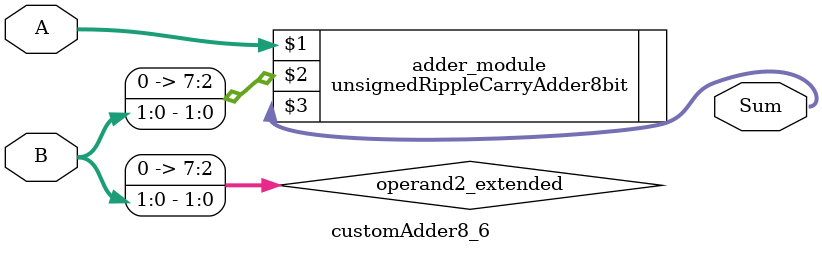
<source format=v>

module customAdder8_6(
                    input [7 : 0] A,
                    input [1 : 0] B,
                    
                    output [8 : 0] Sum
            );

    wire [7 : 0] operand2_extended;
    
    assign operand2_extended =  {6'b0, B};
    
    unsignedRippleCarryAdder8bit adder_module(
        A,
        operand2_extended,
        Sum
    );
    
endmodule
        
</source>
